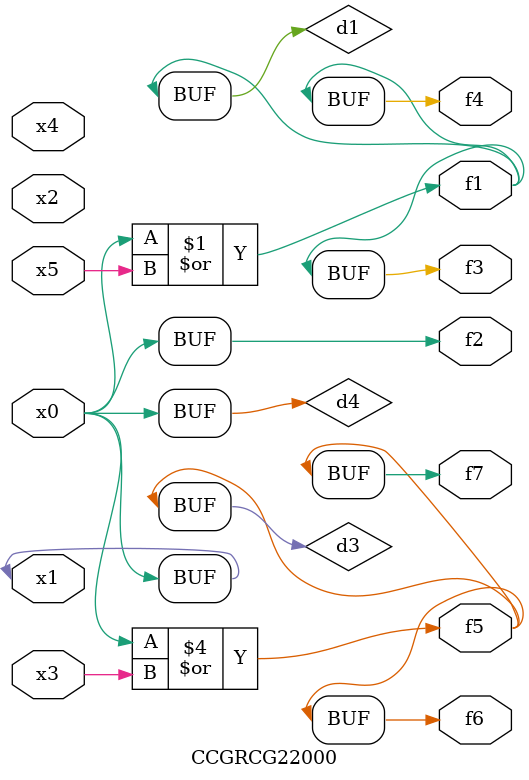
<source format=v>
module CCGRCG22000(
	input x0, x1, x2, x3, x4, x5,
	output f1, f2, f3, f4, f5, f6, f7
);

	wire d1, d2, d3, d4;

	or (d1, x0, x5);
	xnor (d2, x1, x4);
	or (d3, x0, x3);
	buf (d4, x0, x1);
	assign f1 = d1;
	assign f2 = d4;
	assign f3 = d1;
	assign f4 = d1;
	assign f5 = d3;
	assign f6 = d3;
	assign f7 = d3;
endmodule

</source>
